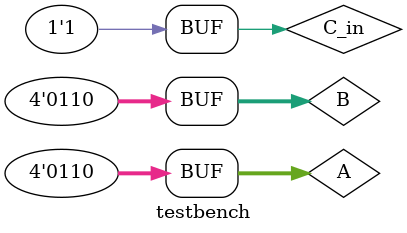
<source format=v>
`timescale 1ns / 1ps


module testbench;
    reg [3:0]A;// first operent
    reg [3:0]B;// secend operent
    reg C_in; //carry_in 
    wire [3:0]Sum;//answer
    wire C_out;// overflow or carry out
    
    Adder_4bit uut(
        .A(A),
        .B(B),
        .C_in(C_in),
        .Sum(Sum),
        .C_out(C_out));//instentiation of 4bit ripple carry adder

    initial begin// simulation bigen
        A = 4'h0;
        B = 4'h3;
        C_in = 1'b0;//1st case
        #100//100 unit delay while i unit = 1ns
        
        A = 4'h8;
        B = 4'h0;
        C_in = 1'b1;//2nd case
        #100
        
        A = 4'h2;
        B = 4'h3;
        C_in = 1'b0;//3rd case
        #100
        
        A = 4'h5;
        B = 4'h3;
        C_in = 1'b1;//4th case
        #100
        
        A = 4'h7;
        B = 4'h6;
        C_in = 1'b0;//5th case
        #100
        
        A = 4'h9;
        B = 4'h5;
        C_in = 1'b1;//6th case
        #100
        
        A = 4'hA;
        B = 4'hB;
        C_in = 1'b0;//7th case
        #100
        
        A = 4'hC;
        B = 4'hD;
        C_in = 1'b1;//8th case
        #100
        
        A = 4'h1;
        B = 4'h2;
        C_in = 1'b0;//9th case
        #100
        
        A = 4'h6;
        B = 4'h6;
        C_in = 1'b1;//10th case
        #100;
    end
endmodule//end of simulation

</source>
